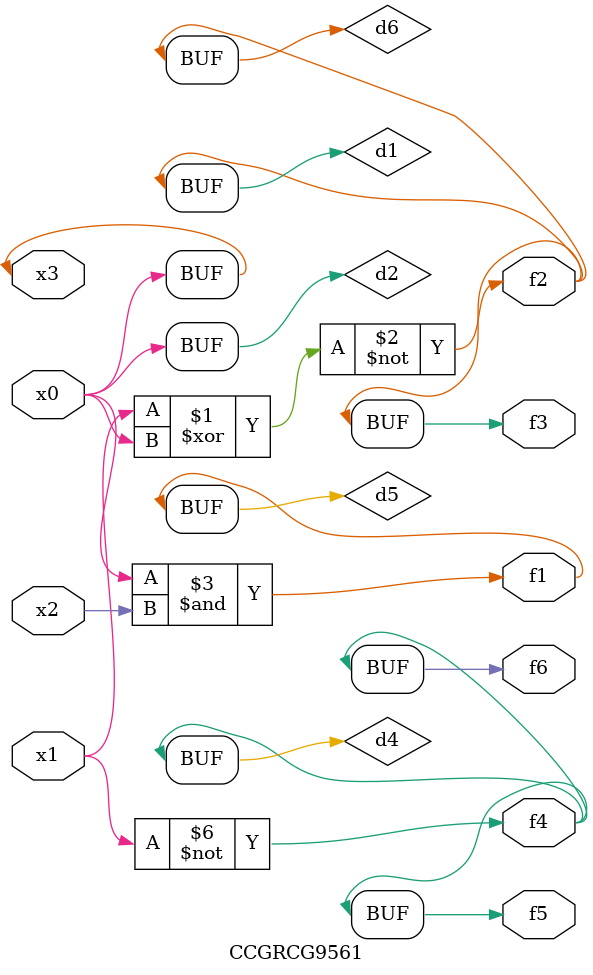
<source format=v>
module CCGRCG9561(
	input x0, x1, x2, x3,
	output f1, f2, f3, f4, f5, f6
);

	wire d1, d2, d3, d4, d5, d6;

	xnor (d1, x1, x3);
	buf (d2, x0, x3);
	nand (d3, x0, x2);
	not (d4, x1);
	nand (d5, d3);
	or (d6, d1);
	assign f1 = d5;
	assign f2 = d6;
	assign f3 = d6;
	assign f4 = d4;
	assign f5 = d4;
	assign f6 = d4;
endmodule

</source>
